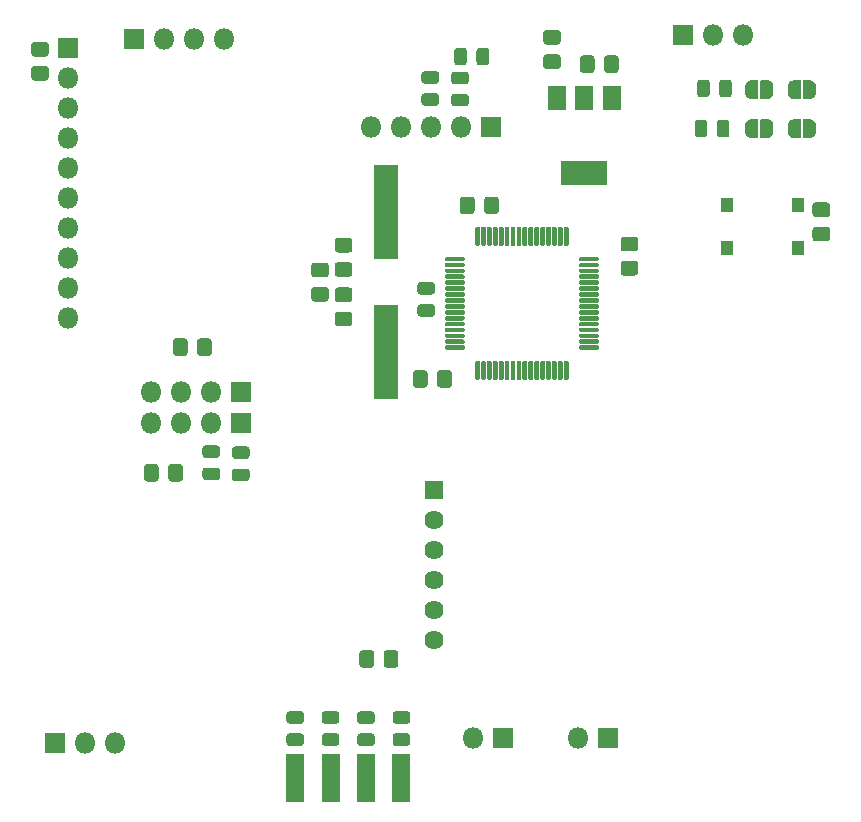
<source format=gbr>
%TF.GenerationSoftware,KiCad,Pcbnew,5.1.6-c6e7f7d~86~ubuntu16.04.1*%
%TF.CreationDate,2021-01-12T06:27:11+00:00*%
%TF.ProjectId,fx502p-minimal-sd,66783530-3270-42d6-9d69-6e696d616c2d,rev?*%
%TF.SameCoordinates,Original*%
%TF.FileFunction,Soldermask,Top*%
%TF.FilePolarity,Negative*%
%FSLAX46Y46*%
G04 Gerber Fmt 4.6, Leading zero omitted, Abs format (unit mm)*
G04 Created by KiCad (PCBNEW 5.1.6-c6e7f7d~86~ubuntu16.04.1) date 2021-01-12 06:27:11*
%MOMM*%
%LPD*%
G01*
G04 APERTURE LIST*
%ADD10O,1.800000X1.800000*%
%ADD11R,1.800000X1.800000*%
%ADD12C,0.100000*%
%ADD13R,2.100000X7.975000*%
%ADD14R,1.600000X2.100000*%
%ADD15R,3.900000X2.100000*%
%ADD16R,1.100000X1.300000*%
%ADD17R,1.624000X4.100000*%
%ADD18C,1.624000*%
%ADD19R,1.624000X1.624000*%
G04 APERTURE END LIST*
D10*
%TO.C,J7*%
X3810000Y-60960000D03*
X3810000Y-58420000D03*
X3810000Y-55880000D03*
X3810000Y-53340000D03*
X3810000Y-50800000D03*
X3810000Y-48260000D03*
X3810000Y-45720000D03*
X3810000Y-43180000D03*
X3810000Y-40640000D03*
D11*
X3810000Y-38100000D03*
%TD*%
%TO.C,R11*%
G36*
G01*
X58700000Y-45381250D02*
X58700000Y-44418750D01*
G75*
G02*
X58968750Y-44150000I268750J0D01*
G01*
X59506250Y-44150000D01*
G75*
G02*
X59775000Y-44418750I0J-268750D01*
G01*
X59775000Y-45381250D01*
G75*
G02*
X59506250Y-45650000I-268750J0D01*
G01*
X58968750Y-45650000D01*
G75*
G02*
X58700000Y-45381250I0J268750D01*
G01*
G37*
G36*
G01*
X56825000Y-45381250D02*
X56825000Y-44418750D01*
G75*
G02*
X57093750Y-44150000I268750J0D01*
G01*
X57631250Y-44150000D01*
G75*
G02*
X57900000Y-44418750I0J-268750D01*
G01*
X57900000Y-45381250D01*
G75*
G02*
X57631250Y-45650000I-268750J0D01*
G01*
X57093750Y-45650000D01*
G75*
G02*
X56825000Y-45381250I0J268750D01*
G01*
G37*
%TD*%
%TO.C,R10*%
G36*
G01*
X58900000Y-41981250D02*
X58900000Y-41018750D01*
G75*
G02*
X59168750Y-40750000I268750J0D01*
G01*
X59706250Y-40750000D01*
G75*
G02*
X59975000Y-41018750I0J-268750D01*
G01*
X59975000Y-41981250D01*
G75*
G02*
X59706250Y-42250000I-268750J0D01*
G01*
X59168750Y-42250000D01*
G75*
G02*
X58900000Y-41981250I0J268750D01*
G01*
G37*
G36*
G01*
X57025000Y-41981250D02*
X57025000Y-41018750D01*
G75*
G02*
X57293750Y-40750000I268750J0D01*
G01*
X57831250Y-40750000D01*
G75*
G02*
X58100000Y-41018750I0J-268750D01*
G01*
X58100000Y-41981250D01*
G75*
G02*
X57831250Y-42250000I-268750J0D01*
G01*
X57293750Y-42250000D01*
G75*
G02*
X57025000Y-41981250I0J268750D01*
G01*
G37*
%TD*%
D12*
%TO.C,JP4*%
G36*
X61643889Y-42399398D02*
G01*
X61625466Y-42399398D01*
X61620565Y-42399157D01*
X61571734Y-42394347D01*
X61566881Y-42393627D01*
X61518756Y-42384055D01*
X61513995Y-42382863D01*
X61467040Y-42368619D01*
X61462421Y-42366966D01*
X61417088Y-42348189D01*
X61412651Y-42346091D01*
X61369378Y-42322960D01*
X61365171Y-42320438D01*
X61324372Y-42293178D01*
X61320430Y-42290254D01*
X61282501Y-42259126D01*
X61278866Y-42255831D01*
X61244169Y-42221134D01*
X61240874Y-42217499D01*
X61209746Y-42179570D01*
X61206822Y-42175628D01*
X61179562Y-42134829D01*
X61177040Y-42130622D01*
X61153909Y-42087349D01*
X61151811Y-42082912D01*
X61133034Y-42037579D01*
X61131381Y-42032960D01*
X61117137Y-41986005D01*
X61115945Y-41981244D01*
X61106373Y-41933119D01*
X61105653Y-41928266D01*
X61100843Y-41879435D01*
X61100602Y-41874534D01*
X61100602Y-41856111D01*
X61100000Y-41850000D01*
X61100000Y-41350000D01*
X61100602Y-41343889D01*
X61100602Y-41325466D01*
X61100843Y-41320565D01*
X61105653Y-41271734D01*
X61106373Y-41266881D01*
X61115945Y-41218756D01*
X61117137Y-41213995D01*
X61131381Y-41167040D01*
X61133034Y-41162421D01*
X61151811Y-41117088D01*
X61153909Y-41112651D01*
X61177040Y-41069378D01*
X61179562Y-41065171D01*
X61206822Y-41024372D01*
X61209746Y-41020430D01*
X61240874Y-40982501D01*
X61244169Y-40978866D01*
X61278866Y-40944169D01*
X61282501Y-40940874D01*
X61320430Y-40909746D01*
X61324372Y-40906822D01*
X61365171Y-40879562D01*
X61369378Y-40877040D01*
X61412651Y-40853909D01*
X61417088Y-40851811D01*
X61462421Y-40833034D01*
X61467040Y-40831381D01*
X61513995Y-40817137D01*
X61518756Y-40815945D01*
X61566881Y-40806373D01*
X61571734Y-40805653D01*
X61620565Y-40800843D01*
X61625466Y-40800602D01*
X61643889Y-40800602D01*
X61650000Y-40800000D01*
X62150000Y-40800000D01*
X62159755Y-40800961D01*
X62169134Y-40803806D01*
X62177779Y-40808427D01*
X62185355Y-40814645D01*
X62191573Y-40822221D01*
X62196194Y-40830866D01*
X62199039Y-40840245D01*
X62200000Y-40850000D01*
X62200000Y-42350000D01*
X62199039Y-42359755D01*
X62196194Y-42369134D01*
X62191573Y-42377779D01*
X62185355Y-42385355D01*
X62177779Y-42391573D01*
X62169134Y-42396194D01*
X62159755Y-42399039D01*
X62150000Y-42400000D01*
X61650000Y-42400000D01*
X61643889Y-42399398D01*
G37*
G36*
X62440245Y-42399039D02*
G01*
X62430866Y-42396194D01*
X62422221Y-42391573D01*
X62414645Y-42385355D01*
X62408427Y-42377779D01*
X62403806Y-42369134D01*
X62400961Y-42359755D01*
X62400000Y-42350000D01*
X62400000Y-40850000D01*
X62400961Y-40840245D01*
X62403806Y-40830866D01*
X62408427Y-40822221D01*
X62414645Y-40814645D01*
X62422221Y-40808427D01*
X62430866Y-40803806D01*
X62440245Y-40800961D01*
X62450000Y-40800000D01*
X62950000Y-40800000D01*
X62956111Y-40800602D01*
X62974534Y-40800602D01*
X62979435Y-40800843D01*
X63028266Y-40805653D01*
X63033119Y-40806373D01*
X63081244Y-40815945D01*
X63086005Y-40817137D01*
X63132960Y-40831381D01*
X63137579Y-40833034D01*
X63182912Y-40851811D01*
X63187349Y-40853909D01*
X63230622Y-40877040D01*
X63234829Y-40879562D01*
X63275628Y-40906822D01*
X63279570Y-40909746D01*
X63317499Y-40940874D01*
X63321134Y-40944169D01*
X63355831Y-40978866D01*
X63359126Y-40982501D01*
X63390254Y-41020430D01*
X63393178Y-41024372D01*
X63420438Y-41065171D01*
X63422960Y-41069378D01*
X63446091Y-41112651D01*
X63448189Y-41117088D01*
X63466966Y-41162421D01*
X63468619Y-41167040D01*
X63482863Y-41213995D01*
X63484055Y-41218756D01*
X63493627Y-41266881D01*
X63494347Y-41271734D01*
X63499157Y-41320565D01*
X63499398Y-41325466D01*
X63499398Y-41343889D01*
X63500000Y-41350000D01*
X63500000Y-41850000D01*
X63499398Y-41856111D01*
X63499398Y-41874534D01*
X63499157Y-41879435D01*
X63494347Y-41928266D01*
X63493627Y-41933119D01*
X63484055Y-41981244D01*
X63482863Y-41986005D01*
X63468619Y-42032960D01*
X63466966Y-42037579D01*
X63448189Y-42082912D01*
X63446091Y-42087349D01*
X63422960Y-42130622D01*
X63420438Y-42134829D01*
X63393178Y-42175628D01*
X63390254Y-42179570D01*
X63359126Y-42217499D01*
X63355831Y-42221134D01*
X63321134Y-42255831D01*
X63317499Y-42259126D01*
X63279570Y-42290254D01*
X63275628Y-42293178D01*
X63234829Y-42320438D01*
X63230622Y-42322960D01*
X63187349Y-42346091D01*
X63182912Y-42348189D01*
X63137579Y-42366966D01*
X63132960Y-42368619D01*
X63086005Y-42382863D01*
X63081244Y-42384055D01*
X63033119Y-42393627D01*
X63028266Y-42394347D01*
X62979435Y-42399157D01*
X62974534Y-42399398D01*
X62956111Y-42399398D01*
X62950000Y-42400000D01*
X62450000Y-42400000D01*
X62440245Y-42399039D01*
G37*
%TD*%
%TO.C,JP3*%
G36*
X61643889Y-45699398D02*
G01*
X61625466Y-45699398D01*
X61620565Y-45699157D01*
X61571734Y-45694347D01*
X61566881Y-45693627D01*
X61518756Y-45684055D01*
X61513995Y-45682863D01*
X61467040Y-45668619D01*
X61462421Y-45666966D01*
X61417088Y-45648189D01*
X61412651Y-45646091D01*
X61369378Y-45622960D01*
X61365171Y-45620438D01*
X61324372Y-45593178D01*
X61320430Y-45590254D01*
X61282501Y-45559126D01*
X61278866Y-45555831D01*
X61244169Y-45521134D01*
X61240874Y-45517499D01*
X61209746Y-45479570D01*
X61206822Y-45475628D01*
X61179562Y-45434829D01*
X61177040Y-45430622D01*
X61153909Y-45387349D01*
X61151811Y-45382912D01*
X61133034Y-45337579D01*
X61131381Y-45332960D01*
X61117137Y-45286005D01*
X61115945Y-45281244D01*
X61106373Y-45233119D01*
X61105653Y-45228266D01*
X61100843Y-45179435D01*
X61100602Y-45174534D01*
X61100602Y-45156111D01*
X61100000Y-45150000D01*
X61100000Y-44650000D01*
X61100602Y-44643889D01*
X61100602Y-44625466D01*
X61100843Y-44620565D01*
X61105653Y-44571734D01*
X61106373Y-44566881D01*
X61115945Y-44518756D01*
X61117137Y-44513995D01*
X61131381Y-44467040D01*
X61133034Y-44462421D01*
X61151811Y-44417088D01*
X61153909Y-44412651D01*
X61177040Y-44369378D01*
X61179562Y-44365171D01*
X61206822Y-44324372D01*
X61209746Y-44320430D01*
X61240874Y-44282501D01*
X61244169Y-44278866D01*
X61278866Y-44244169D01*
X61282501Y-44240874D01*
X61320430Y-44209746D01*
X61324372Y-44206822D01*
X61365171Y-44179562D01*
X61369378Y-44177040D01*
X61412651Y-44153909D01*
X61417088Y-44151811D01*
X61462421Y-44133034D01*
X61467040Y-44131381D01*
X61513995Y-44117137D01*
X61518756Y-44115945D01*
X61566881Y-44106373D01*
X61571734Y-44105653D01*
X61620565Y-44100843D01*
X61625466Y-44100602D01*
X61643889Y-44100602D01*
X61650000Y-44100000D01*
X62150000Y-44100000D01*
X62159755Y-44100961D01*
X62169134Y-44103806D01*
X62177779Y-44108427D01*
X62185355Y-44114645D01*
X62191573Y-44122221D01*
X62196194Y-44130866D01*
X62199039Y-44140245D01*
X62200000Y-44150000D01*
X62200000Y-45650000D01*
X62199039Y-45659755D01*
X62196194Y-45669134D01*
X62191573Y-45677779D01*
X62185355Y-45685355D01*
X62177779Y-45691573D01*
X62169134Y-45696194D01*
X62159755Y-45699039D01*
X62150000Y-45700000D01*
X61650000Y-45700000D01*
X61643889Y-45699398D01*
G37*
G36*
X62440245Y-45699039D02*
G01*
X62430866Y-45696194D01*
X62422221Y-45691573D01*
X62414645Y-45685355D01*
X62408427Y-45677779D01*
X62403806Y-45669134D01*
X62400961Y-45659755D01*
X62400000Y-45650000D01*
X62400000Y-44150000D01*
X62400961Y-44140245D01*
X62403806Y-44130866D01*
X62408427Y-44122221D01*
X62414645Y-44114645D01*
X62422221Y-44108427D01*
X62430866Y-44103806D01*
X62440245Y-44100961D01*
X62450000Y-44100000D01*
X62950000Y-44100000D01*
X62956111Y-44100602D01*
X62974534Y-44100602D01*
X62979435Y-44100843D01*
X63028266Y-44105653D01*
X63033119Y-44106373D01*
X63081244Y-44115945D01*
X63086005Y-44117137D01*
X63132960Y-44131381D01*
X63137579Y-44133034D01*
X63182912Y-44151811D01*
X63187349Y-44153909D01*
X63230622Y-44177040D01*
X63234829Y-44179562D01*
X63275628Y-44206822D01*
X63279570Y-44209746D01*
X63317499Y-44240874D01*
X63321134Y-44244169D01*
X63355831Y-44278866D01*
X63359126Y-44282501D01*
X63390254Y-44320430D01*
X63393178Y-44324372D01*
X63420438Y-44365171D01*
X63422960Y-44369378D01*
X63446091Y-44412651D01*
X63448189Y-44417088D01*
X63466966Y-44462421D01*
X63468619Y-44467040D01*
X63482863Y-44513995D01*
X63484055Y-44518756D01*
X63493627Y-44566881D01*
X63494347Y-44571734D01*
X63499157Y-44620565D01*
X63499398Y-44625466D01*
X63499398Y-44643889D01*
X63500000Y-44650000D01*
X63500000Y-45150000D01*
X63499398Y-45156111D01*
X63499398Y-45174534D01*
X63499157Y-45179435D01*
X63494347Y-45228266D01*
X63493627Y-45233119D01*
X63484055Y-45281244D01*
X63482863Y-45286005D01*
X63468619Y-45332960D01*
X63466966Y-45337579D01*
X63448189Y-45382912D01*
X63446091Y-45387349D01*
X63422960Y-45430622D01*
X63420438Y-45434829D01*
X63393178Y-45475628D01*
X63390254Y-45479570D01*
X63359126Y-45517499D01*
X63355831Y-45521134D01*
X63321134Y-45555831D01*
X63317499Y-45559126D01*
X63279570Y-45590254D01*
X63275628Y-45593178D01*
X63234829Y-45620438D01*
X63230622Y-45622960D01*
X63187349Y-45646091D01*
X63182912Y-45648189D01*
X63137579Y-45666966D01*
X63132960Y-45668619D01*
X63086005Y-45682863D01*
X63081244Y-45684055D01*
X63033119Y-45693627D01*
X63028266Y-45694347D01*
X62979435Y-45699157D01*
X62974534Y-45699398D01*
X62956111Y-45699398D01*
X62950000Y-45700000D01*
X62450000Y-45700000D01*
X62440245Y-45699039D01*
G37*
%TD*%
%TO.C,JP2*%
G36*
X65243889Y-42399398D02*
G01*
X65225466Y-42399398D01*
X65220565Y-42399157D01*
X65171734Y-42394347D01*
X65166881Y-42393627D01*
X65118756Y-42384055D01*
X65113995Y-42382863D01*
X65067040Y-42368619D01*
X65062421Y-42366966D01*
X65017088Y-42348189D01*
X65012651Y-42346091D01*
X64969378Y-42322960D01*
X64965171Y-42320438D01*
X64924372Y-42293178D01*
X64920430Y-42290254D01*
X64882501Y-42259126D01*
X64878866Y-42255831D01*
X64844169Y-42221134D01*
X64840874Y-42217499D01*
X64809746Y-42179570D01*
X64806822Y-42175628D01*
X64779562Y-42134829D01*
X64777040Y-42130622D01*
X64753909Y-42087349D01*
X64751811Y-42082912D01*
X64733034Y-42037579D01*
X64731381Y-42032960D01*
X64717137Y-41986005D01*
X64715945Y-41981244D01*
X64706373Y-41933119D01*
X64705653Y-41928266D01*
X64700843Y-41879435D01*
X64700602Y-41874534D01*
X64700602Y-41856111D01*
X64700000Y-41850000D01*
X64700000Y-41350000D01*
X64700602Y-41343889D01*
X64700602Y-41325466D01*
X64700843Y-41320565D01*
X64705653Y-41271734D01*
X64706373Y-41266881D01*
X64715945Y-41218756D01*
X64717137Y-41213995D01*
X64731381Y-41167040D01*
X64733034Y-41162421D01*
X64751811Y-41117088D01*
X64753909Y-41112651D01*
X64777040Y-41069378D01*
X64779562Y-41065171D01*
X64806822Y-41024372D01*
X64809746Y-41020430D01*
X64840874Y-40982501D01*
X64844169Y-40978866D01*
X64878866Y-40944169D01*
X64882501Y-40940874D01*
X64920430Y-40909746D01*
X64924372Y-40906822D01*
X64965171Y-40879562D01*
X64969378Y-40877040D01*
X65012651Y-40853909D01*
X65017088Y-40851811D01*
X65062421Y-40833034D01*
X65067040Y-40831381D01*
X65113995Y-40817137D01*
X65118756Y-40815945D01*
X65166881Y-40806373D01*
X65171734Y-40805653D01*
X65220565Y-40800843D01*
X65225466Y-40800602D01*
X65243889Y-40800602D01*
X65250000Y-40800000D01*
X65750000Y-40800000D01*
X65759755Y-40800961D01*
X65769134Y-40803806D01*
X65777779Y-40808427D01*
X65785355Y-40814645D01*
X65791573Y-40822221D01*
X65796194Y-40830866D01*
X65799039Y-40840245D01*
X65800000Y-40850000D01*
X65800000Y-42350000D01*
X65799039Y-42359755D01*
X65796194Y-42369134D01*
X65791573Y-42377779D01*
X65785355Y-42385355D01*
X65777779Y-42391573D01*
X65769134Y-42396194D01*
X65759755Y-42399039D01*
X65750000Y-42400000D01*
X65250000Y-42400000D01*
X65243889Y-42399398D01*
G37*
G36*
X66040245Y-42399039D02*
G01*
X66030866Y-42396194D01*
X66022221Y-42391573D01*
X66014645Y-42385355D01*
X66008427Y-42377779D01*
X66003806Y-42369134D01*
X66000961Y-42359755D01*
X66000000Y-42350000D01*
X66000000Y-40850000D01*
X66000961Y-40840245D01*
X66003806Y-40830866D01*
X66008427Y-40822221D01*
X66014645Y-40814645D01*
X66022221Y-40808427D01*
X66030866Y-40803806D01*
X66040245Y-40800961D01*
X66050000Y-40800000D01*
X66550000Y-40800000D01*
X66556111Y-40800602D01*
X66574534Y-40800602D01*
X66579435Y-40800843D01*
X66628266Y-40805653D01*
X66633119Y-40806373D01*
X66681244Y-40815945D01*
X66686005Y-40817137D01*
X66732960Y-40831381D01*
X66737579Y-40833034D01*
X66782912Y-40851811D01*
X66787349Y-40853909D01*
X66830622Y-40877040D01*
X66834829Y-40879562D01*
X66875628Y-40906822D01*
X66879570Y-40909746D01*
X66917499Y-40940874D01*
X66921134Y-40944169D01*
X66955831Y-40978866D01*
X66959126Y-40982501D01*
X66990254Y-41020430D01*
X66993178Y-41024372D01*
X67020438Y-41065171D01*
X67022960Y-41069378D01*
X67046091Y-41112651D01*
X67048189Y-41117088D01*
X67066966Y-41162421D01*
X67068619Y-41167040D01*
X67082863Y-41213995D01*
X67084055Y-41218756D01*
X67093627Y-41266881D01*
X67094347Y-41271734D01*
X67099157Y-41320565D01*
X67099398Y-41325466D01*
X67099398Y-41343889D01*
X67100000Y-41350000D01*
X67100000Y-41850000D01*
X67099398Y-41856111D01*
X67099398Y-41874534D01*
X67099157Y-41879435D01*
X67094347Y-41928266D01*
X67093627Y-41933119D01*
X67084055Y-41981244D01*
X67082863Y-41986005D01*
X67068619Y-42032960D01*
X67066966Y-42037579D01*
X67048189Y-42082912D01*
X67046091Y-42087349D01*
X67022960Y-42130622D01*
X67020438Y-42134829D01*
X66993178Y-42175628D01*
X66990254Y-42179570D01*
X66959126Y-42217499D01*
X66955831Y-42221134D01*
X66921134Y-42255831D01*
X66917499Y-42259126D01*
X66879570Y-42290254D01*
X66875628Y-42293178D01*
X66834829Y-42320438D01*
X66830622Y-42322960D01*
X66787349Y-42346091D01*
X66782912Y-42348189D01*
X66737579Y-42366966D01*
X66732960Y-42368619D01*
X66686005Y-42382863D01*
X66681244Y-42384055D01*
X66633119Y-42393627D01*
X66628266Y-42394347D01*
X66579435Y-42399157D01*
X66574534Y-42399398D01*
X66556111Y-42399398D01*
X66550000Y-42400000D01*
X66050000Y-42400000D01*
X66040245Y-42399039D01*
G37*
%TD*%
%TO.C,JP1*%
G36*
X65243889Y-45699398D02*
G01*
X65225466Y-45699398D01*
X65220565Y-45699157D01*
X65171734Y-45694347D01*
X65166881Y-45693627D01*
X65118756Y-45684055D01*
X65113995Y-45682863D01*
X65067040Y-45668619D01*
X65062421Y-45666966D01*
X65017088Y-45648189D01*
X65012651Y-45646091D01*
X64969378Y-45622960D01*
X64965171Y-45620438D01*
X64924372Y-45593178D01*
X64920430Y-45590254D01*
X64882501Y-45559126D01*
X64878866Y-45555831D01*
X64844169Y-45521134D01*
X64840874Y-45517499D01*
X64809746Y-45479570D01*
X64806822Y-45475628D01*
X64779562Y-45434829D01*
X64777040Y-45430622D01*
X64753909Y-45387349D01*
X64751811Y-45382912D01*
X64733034Y-45337579D01*
X64731381Y-45332960D01*
X64717137Y-45286005D01*
X64715945Y-45281244D01*
X64706373Y-45233119D01*
X64705653Y-45228266D01*
X64700843Y-45179435D01*
X64700602Y-45174534D01*
X64700602Y-45156111D01*
X64700000Y-45150000D01*
X64700000Y-44650000D01*
X64700602Y-44643889D01*
X64700602Y-44625466D01*
X64700843Y-44620565D01*
X64705653Y-44571734D01*
X64706373Y-44566881D01*
X64715945Y-44518756D01*
X64717137Y-44513995D01*
X64731381Y-44467040D01*
X64733034Y-44462421D01*
X64751811Y-44417088D01*
X64753909Y-44412651D01*
X64777040Y-44369378D01*
X64779562Y-44365171D01*
X64806822Y-44324372D01*
X64809746Y-44320430D01*
X64840874Y-44282501D01*
X64844169Y-44278866D01*
X64878866Y-44244169D01*
X64882501Y-44240874D01*
X64920430Y-44209746D01*
X64924372Y-44206822D01*
X64965171Y-44179562D01*
X64969378Y-44177040D01*
X65012651Y-44153909D01*
X65017088Y-44151811D01*
X65062421Y-44133034D01*
X65067040Y-44131381D01*
X65113995Y-44117137D01*
X65118756Y-44115945D01*
X65166881Y-44106373D01*
X65171734Y-44105653D01*
X65220565Y-44100843D01*
X65225466Y-44100602D01*
X65243889Y-44100602D01*
X65250000Y-44100000D01*
X65750000Y-44100000D01*
X65759755Y-44100961D01*
X65769134Y-44103806D01*
X65777779Y-44108427D01*
X65785355Y-44114645D01*
X65791573Y-44122221D01*
X65796194Y-44130866D01*
X65799039Y-44140245D01*
X65800000Y-44150000D01*
X65800000Y-45650000D01*
X65799039Y-45659755D01*
X65796194Y-45669134D01*
X65791573Y-45677779D01*
X65785355Y-45685355D01*
X65777779Y-45691573D01*
X65769134Y-45696194D01*
X65759755Y-45699039D01*
X65750000Y-45700000D01*
X65250000Y-45700000D01*
X65243889Y-45699398D01*
G37*
G36*
X66040245Y-45699039D02*
G01*
X66030866Y-45696194D01*
X66022221Y-45691573D01*
X66014645Y-45685355D01*
X66008427Y-45677779D01*
X66003806Y-45669134D01*
X66000961Y-45659755D01*
X66000000Y-45650000D01*
X66000000Y-44150000D01*
X66000961Y-44140245D01*
X66003806Y-44130866D01*
X66008427Y-44122221D01*
X66014645Y-44114645D01*
X66022221Y-44108427D01*
X66030866Y-44103806D01*
X66040245Y-44100961D01*
X66050000Y-44100000D01*
X66550000Y-44100000D01*
X66556111Y-44100602D01*
X66574534Y-44100602D01*
X66579435Y-44100843D01*
X66628266Y-44105653D01*
X66633119Y-44106373D01*
X66681244Y-44115945D01*
X66686005Y-44117137D01*
X66732960Y-44131381D01*
X66737579Y-44133034D01*
X66782912Y-44151811D01*
X66787349Y-44153909D01*
X66830622Y-44177040D01*
X66834829Y-44179562D01*
X66875628Y-44206822D01*
X66879570Y-44209746D01*
X66917499Y-44240874D01*
X66921134Y-44244169D01*
X66955831Y-44278866D01*
X66959126Y-44282501D01*
X66990254Y-44320430D01*
X66993178Y-44324372D01*
X67020438Y-44365171D01*
X67022960Y-44369378D01*
X67046091Y-44412651D01*
X67048189Y-44417088D01*
X67066966Y-44462421D01*
X67068619Y-44467040D01*
X67082863Y-44513995D01*
X67084055Y-44518756D01*
X67093627Y-44566881D01*
X67094347Y-44571734D01*
X67099157Y-44620565D01*
X67099398Y-44625466D01*
X67099398Y-44643889D01*
X67100000Y-44650000D01*
X67100000Y-45150000D01*
X67099398Y-45156111D01*
X67099398Y-45174534D01*
X67099157Y-45179435D01*
X67094347Y-45228266D01*
X67093627Y-45233119D01*
X67084055Y-45281244D01*
X67082863Y-45286005D01*
X67068619Y-45332960D01*
X67066966Y-45337579D01*
X67048189Y-45382912D01*
X67046091Y-45387349D01*
X67022960Y-45430622D01*
X67020438Y-45434829D01*
X66993178Y-45475628D01*
X66990254Y-45479570D01*
X66959126Y-45517499D01*
X66955831Y-45521134D01*
X66921134Y-45555831D01*
X66917499Y-45559126D01*
X66879570Y-45590254D01*
X66875628Y-45593178D01*
X66834829Y-45620438D01*
X66830622Y-45622960D01*
X66787349Y-45646091D01*
X66782912Y-45648189D01*
X66737579Y-45666966D01*
X66732960Y-45668619D01*
X66686005Y-45682863D01*
X66681244Y-45684055D01*
X66633119Y-45693627D01*
X66628266Y-45694347D01*
X66579435Y-45699157D01*
X66574534Y-45699398D01*
X66556111Y-45699398D01*
X66550000Y-45700000D01*
X66050000Y-45700000D01*
X66040245Y-45699039D01*
G37*
%TD*%
D10*
%TO.C,J6*%
X7780000Y-96900000D03*
X5240000Y-96900000D03*
D11*
X2700000Y-96900000D03*
%TD*%
D13*
%TO.C,X2*%
X30700000Y-63837500D03*
X30700000Y-51962500D03*
%TD*%
D14*
%TO.C,U3*%
X49800000Y-42350000D03*
X45200000Y-42350000D03*
X47500000Y-42350000D03*
D15*
X47500000Y-48650000D03*
%TD*%
%TO.C,U1*%
G36*
G01*
X38250000Y-54750000D02*
X38250000Y-53300000D01*
G75*
G02*
X38350000Y-53200000I100000J0D01*
G01*
X38550000Y-53200000D01*
G75*
G02*
X38650000Y-53300000I0J-100000D01*
G01*
X38650000Y-54750000D01*
G75*
G02*
X38550000Y-54850000I-100000J0D01*
G01*
X38350000Y-54850000D01*
G75*
G02*
X38250000Y-54750000I0J100000D01*
G01*
G37*
G36*
G01*
X38750000Y-54750000D02*
X38750000Y-53300000D01*
G75*
G02*
X38850000Y-53200000I100000J0D01*
G01*
X39050000Y-53200000D01*
G75*
G02*
X39150000Y-53300000I0J-100000D01*
G01*
X39150000Y-54750000D01*
G75*
G02*
X39050000Y-54850000I-100000J0D01*
G01*
X38850000Y-54850000D01*
G75*
G02*
X38750000Y-54750000I0J100000D01*
G01*
G37*
G36*
G01*
X39250000Y-54750000D02*
X39250000Y-53300000D01*
G75*
G02*
X39350000Y-53200000I100000J0D01*
G01*
X39550000Y-53200000D01*
G75*
G02*
X39650000Y-53300000I0J-100000D01*
G01*
X39650000Y-54750000D01*
G75*
G02*
X39550000Y-54850000I-100000J0D01*
G01*
X39350000Y-54850000D01*
G75*
G02*
X39250000Y-54750000I0J100000D01*
G01*
G37*
G36*
G01*
X39750000Y-54750000D02*
X39750000Y-53300000D01*
G75*
G02*
X39850000Y-53200000I100000J0D01*
G01*
X40050000Y-53200000D01*
G75*
G02*
X40150000Y-53300000I0J-100000D01*
G01*
X40150000Y-54750000D01*
G75*
G02*
X40050000Y-54850000I-100000J0D01*
G01*
X39850000Y-54850000D01*
G75*
G02*
X39750000Y-54750000I0J100000D01*
G01*
G37*
G36*
G01*
X40250000Y-54750000D02*
X40250000Y-53300000D01*
G75*
G02*
X40350000Y-53200000I100000J0D01*
G01*
X40550000Y-53200000D01*
G75*
G02*
X40650000Y-53300000I0J-100000D01*
G01*
X40650000Y-54750000D01*
G75*
G02*
X40550000Y-54850000I-100000J0D01*
G01*
X40350000Y-54850000D01*
G75*
G02*
X40250000Y-54750000I0J100000D01*
G01*
G37*
G36*
G01*
X40750000Y-54750000D02*
X40750000Y-53300000D01*
G75*
G02*
X40850000Y-53200000I100000J0D01*
G01*
X41050000Y-53200000D01*
G75*
G02*
X41150000Y-53300000I0J-100000D01*
G01*
X41150000Y-54750000D01*
G75*
G02*
X41050000Y-54850000I-100000J0D01*
G01*
X40850000Y-54850000D01*
G75*
G02*
X40750000Y-54750000I0J100000D01*
G01*
G37*
G36*
G01*
X41250000Y-54750000D02*
X41250000Y-53300000D01*
G75*
G02*
X41350000Y-53200000I100000J0D01*
G01*
X41550000Y-53200000D01*
G75*
G02*
X41650000Y-53300000I0J-100000D01*
G01*
X41650000Y-54750000D01*
G75*
G02*
X41550000Y-54850000I-100000J0D01*
G01*
X41350000Y-54850000D01*
G75*
G02*
X41250000Y-54750000I0J100000D01*
G01*
G37*
G36*
G01*
X41750000Y-54750000D02*
X41750000Y-53300000D01*
G75*
G02*
X41850000Y-53200000I100000J0D01*
G01*
X42050000Y-53200000D01*
G75*
G02*
X42150000Y-53300000I0J-100000D01*
G01*
X42150000Y-54750000D01*
G75*
G02*
X42050000Y-54850000I-100000J0D01*
G01*
X41850000Y-54850000D01*
G75*
G02*
X41750000Y-54750000I0J100000D01*
G01*
G37*
G36*
G01*
X42250000Y-54750000D02*
X42250000Y-53300000D01*
G75*
G02*
X42350000Y-53200000I100000J0D01*
G01*
X42550000Y-53200000D01*
G75*
G02*
X42650000Y-53300000I0J-100000D01*
G01*
X42650000Y-54750000D01*
G75*
G02*
X42550000Y-54850000I-100000J0D01*
G01*
X42350000Y-54850000D01*
G75*
G02*
X42250000Y-54750000I0J100000D01*
G01*
G37*
G36*
G01*
X42750000Y-54750000D02*
X42750000Y-53300000D01*
G75*
G02*
X42850000Y-53200000I100000J0D01*
G01*
X43050000Y-53200000D01*
G75*
G02*
X43150000Y-53300000I0J-100000D01*
G01*
X43150000Y-54750000D01*
G75*
G02*
X43050000Y-54850000I-100000J0D01*
G01*
X42850000Y-54850000D01*
G75*
G02*
X42750000Y-54750000I0J100000D01*
G01*
G37*
G36*
G01*
X43250000Y-54750000D02*
X43250000Y-53300000D01*
G75*
G02*
X43350000Y-53200000I100000J0D01*
G01*
X43550000Y-53200000D01*
G75*
G02*
X43650000Y-53300000I0J-100000D01*
G01*
X43650000Y-54750000D01*
G75*
G02*
X43550000Y-54850000I-100000J0D01*
G01*
X43350000Y-54850000D01*
G75*
G02*
X43250000Y-54750000I0J100000D01*
G01*
G37*
G36*
G01*
X43750000Y-54750000D02*
X43750000Y-53300000D01*
G75*
G02*
X43850000Y-53200000I100000J0D01*
G01*
X44050000Y-53200000D01*
G75*
G02*
X44150000Y-53300000I0J-100000D01*
G01*
X44150000Y-54750000D01*
G75*
G02*
X44050000Y-54850000I-100000J0D01*
G01*
X43850000Y-54850000D01*
G75*
G02*
X43750000Y-54750000I0J100000D01*
G01*
G37*
G36*
G01*
X44250000Y-54750000D02*
X44250000Y-53300000D01*
G75*
G02*
X44350000Y-53200000I100000J0D01*
G01*
X44550000Y-53200000D01*
G75*
G02*
X44650000Y-53300000I0J-100000D01*
G01*
X44650000Y-54750000D01*
G75*
G02*
X44550000Y-54850000I-100000J0D01*
G01*
X44350000Y-54850000D01*
G75*
G02*
X44250000Y-54750000I0J100000D01*
G01*
G37*
G36*
G01*
X44750000Y-54750000D02*
X44750000Y-53300000D01*
G75*
G02*
X44850000Y-53200000I100000J0D01*
G01*
X45050000Y-53200000D01*
G75*
G02*
X45150000Y-53300000I0J-100000D01*
G01*
X45150000Y-54750000D01*
G75*
G02*
X45050000Y-54850000I-100000J0D01*
G01*
X44850000Y-54850000D01*
G75*
G02*
X44750000Y-54750000I0J100000D01*
G01*
G37*
G36*
G01*
X45250000Y-54750000D02*
X45250000Y-53300000D01*
G75*
G02*
X45350000Y-53200000I100000J0D01*
G01*
X45550000Y-53200000D01*
G75*
G02*
X45650000Y-53300000I0J-100000D01*
G01*
X45650000Y-54750000D01*
G75*
G02*
X45550000Y-54850000I-100000J0D01*
G01*
X45350000Y-54850000D01*
G75*
G02*
X45250000Y-54750000I0J100000D01*
G01*
G37*
G36*
G01*
X45750000Y-54750000D02*
X45750000Y-53300000D01*
G75*
G02*
X45850000Y-53200000I100000J0D01*
G01*
X46050000Y-53200000D01*
G75*
G02*
X46150000Y-53300000I0J-100000D01*
G01*
X46150000Y-54750000D01*
G75*
G02*
X46050000Y-54850000I-100000J0D01*
G01*
X45850000Y-54850000D01*
G75*
G02*
X45750000Y-54750000I0J100000D01*
G01*
G37*
G36*
G01*
X47050000Y-56050000D02*
X47050000Y-55850000D01*
G75*
G02*
X47150000Y-55750000I100000J0D01*
G01*
X48600000Y-55750000D01*
G75*
G02*
X48700000Y-55850000I0J-100000D01*
G01*
X48700000Y-56050000D01*
G75*
G02*
X48600000Y-56150000I-100000J0D01*
G01*
X47150000Y-56150000D01*
G75*
G02*
X47050000Y-56050000I0J100000D01*
G01*
G37*
G36*
G01*
X47050000Y-56550000D02*
X47050000Y-56350000D01*
G75*
G02*
X47150000Y-56250000I100000J0D01*
G01*
X48600000Y-56250000D01*
G75*
G02*
X48700000Y-56350000I0J-100000D01*
G01*
X48700000Y-56550000D01*
G75*
G02*
X48600000Y-56650000I-100000J0D01*
G01*
X47150000Y-56650000D01*
G75*
G02*
X47050000Y-56550000I0J100000D01*
G01*
G37*
G36*
G01*
X47050000Y-57050000D02*
X47050000Y-56850000D01*
G75*
G02*
X47150000Y-56750000I100000J0D01*
G01*
X48600000Y-56750000D01*
G75*
G02*
X48700000Y-56850000I0J-100000D01*
G01*
X48700000Y-57050000D01*
G75*
G02*
X48600000Y-57150000I-100000J0D01*
G01*
X47150000Y-57150000D01*
G75*
G02*
X47050000Y-57050000I0J100000D01*
G01*
G37*
G36*
G01*
X47050000Y-57550000D02*
X47050000Y-57350000D01*
G75*
G02*
X47150000Y-57250000I100000J0D01*
G01*
X48600000Y-57250000D01*
G75*
G02*
X48700000Y-57350000I0J-100000D01*
G01*
X48700000Y-57550000D01*
G75*
G02*
X48600000Y-57650000I-100000J0D01*
G01*
X47150000Y-57650000D01*
G75*
G02*
X47050000Y-57550000I0J100000D01*
G01*
G37*
G36*
G01*
X47050000Y-58050000D02*
X47050000Y-57850000D01*
G75*
G02*
X47150000Y-57750000I100000J0D01*
G01*
X48600000Y-57750000D01*
G75*
G02*
X48700000Y-57850000I0J-100000D01*
G01*
X48700000Y-58050000D01*
G75*
G02*
X48600000Y-58150000I-100000J0D01*
G01*
X47150000Y-58150000D01*
G75*
G02*
X47050000Y-58050000I0J100000D01*
G01*
G37*
G36*
G01*
X47050000Y-58550000D02*
X47050000Y-58350000D01*
G75*
G02*
X47150000Y-58250000I100000J0D01*
G01*
X48600000Y-58250000D01*
G75*
G02*
X48700000Y-58350000I0J-100000D01*
G01*
X48700000Y-58550000D01*
G75*
G02*
X48600000Y-58650000I-100000J0D01*
G01*
X47150000Y-58650000D01*
G75*
G02*
X47050000Y-58550000I0J100000D01*
G01*
G37*
G36*
G01*
X47050000Y-59050000D02*
X47050000Y-58850000D01*
G75*
G02*
X47150000Y-58750000I100000J0D01*
G01*
X48600000Y-58750000D01*
G75*
G02*
X48700000Y-58850000I0J-100000D01*
G01*
X48700000Y-59050000D01*
G75*
G02*
X48600000Y-59150000I-100000J0D01*
G01*
X47150000Y-59150000D01*
G75*
G02*
X47050000Y-59050000I0J100000D01*
G01*
G37*
G36*
G01*
X47050000Y-59550000D02*
X47050000Y-59350000D01*
G75*
G02*
X47150000Y-59250000I100000J0D01*
G01*
X48600000Y-59250000D01*
G75*
G02*
X48700000Y-59350000I0J-100000D01*
G01*
X48700000Y-59550000D01*
G75*
G02*
X48600000Y-59650000I-100000J0D01*
G01*
X47150000Y-59650000D01*
G75*
G02*
X47050000Y-59550000I0J100000D01*
G01*
G37*
G36*
G01*
X47050000Y-60050000D02*
X47050000Y-59850000D01*
G75*
G02*
X47150000Y-59750000I100000J0D01*
G01*
X48600000Y-59750000D01*
G75*
G02*
X48700000Y-59850000I0J-100000D01*
G01*
X48700000Y-60050000D01*
G75*
G02*
X48600000Y-60150000I-100000J0D01*
G01*
X47150000Y-60150000D01*
G75*
G02*
X47050000Y-60050000I0J100000D01*
G01*
G37*
G36*
G01*
X47050000Y-60550000D02*
X47050000Y-60350000D01*
G75*
G02*
X47150000Y-60250000I100000J0D01*
G01*
X48600000Y-60250000D01*
G75*
G02*
X48700000Y-60350000I0J-100000D01*
G01*
X48700000Y-60550000D01*
G75*
G02*
X48600000Y-60650000I-100000J0D01*
G01*
X47150000Y-60650000D01*
G75*
G02*
X47050000Y-60550000I0J100000D01*
G01*
G37*
G36*
G01*
X47050000Y-61050000D02*
X47050000Y-60850000D01*
G75*
G02*
X47150000Y-60750000I100000J0D01*
G01*
X48600000Y-60750000D01*
G75*
G02*
X48700000Y-60850000I0J-100000D01*
G01*
X48700000Y-61050000D01*
G75*
G02*
X48600000Y-61150000I-100000J0D01*
G01*
X47150000Y-61150000D01*
G75*
G02*
X47050000Y-61050000I0J100000D01*
G01*
G37*
G36*
G01*
X47050000Y-61550000D02*
X47050000Y-61350000D01*
G75*
G02*
X47150000Y-61250000I100000J0D01*
G01*
X48600000Y-61250000D01*
G75*
G02*
X48700000Y-61350000I0J-100000D01*
G01*
X48700000Y-61550000D01*
G75*
G02*
X48600000Y-61650000I-100000J0D01*
G01*
X47150000Y-61650000D01*
G75*
G02*
X47050000Y-61550000I0J100000D01*
G01*
G37*
G36*
G01*
X47050000Y-62050000D02*
X47050000Y-61850000D01*
G75*
G02*
X47150000Y-61750000I100000J0D01*
G01*
X48600000Y-61750000D01*
G75*
G02*
X48700000Y-61850000I0J-100000D01*
G01*
X48700000Y-62050000D01*
G75*
G02*
X48600000Y-62150000I-100000J0D01*
G01*
X47150000Y-62150000D01*
G75*
G02*
X47050000Y-62050000I0J100000D01*
G01*
G37*
G36*
G01*
X47050000Y-62550000D02*
X47050000Y-62350000D01*
G75*
G02*
X47150000Y-62250000I100000J0D01*
G01*
X48600000Y-62250000D01*
G75*
G02*
X48700000Y-62350000I0J-100000D01*
G01*
X48700000Y-62550000D01*
G75*
G02*
X48600000Y-62650000I-100000J0D01*
G01*
X47150000Y-62650000D01*
G75*
G02*
X47050000Y-62550000I0J100000D01*
G01*
G37*
G36*
G01*
X47050000Y-63050000D02*
X47050000Y-62850000D01*
G75*
G02*
X47150000Y-62750000I100000J0D01*
G01*
X48600000Y-62750000D01*
G75*
G02*
X48700000Y-62850000I0J-100000D01*
G01*
X48700000Y-63050000D01*
G75*
G02*
X48600000Y-63150000I-100000J0D01*
G01*
X47150000Y-63150000D01*
G75*
G02*
X47050000Y-63050000I0J100000D01*
G01*
G37*
G36*
G01*
X47050000Y-63550000D02*
X47050000Y-63350000D01*
G75*
G02*
X47150000Y-63250000I100000J0D01*
G01*
X48600000Y-63250000D01*
G75*
G02*
X48700000Y-63350000I0J-100000D01*
G01*
X48700000Y-63550000D01*
G75*
G02*
X48600000Y-63650000I-100000J0D01*
G01*
X47150000Y-63650000D01*
G75*
G02*
X47050000Y-63550000I0J100000D01*
G01*
G37*
G36*
G01*
X45750000Y-66100000D02*
X45750000Y-64650000D01*
G75*
G02*
X45850000Y-64550000I100000J0D01*
G01*
X46050000Y-64550000D01*
G75*
G02*
X46150000Y-64650000I0J-100000D01*
G01*
X46150000Y-66100000D01*
G75*
G02*
X46050000Y-66200000I-100000J0D01*
G01*
X45850000Y-66200000D01*
G75*
G02*
X45750000Y-66100000I0J100000D01*
G01*
G37*
G36*
G01*
X45250000Y-66100000D02*
X45250000Y-64650000D01*
G75*
G02*
X45350000Y-64550000I100000J0D01*
G01*
X45550000Y-64550000D01*
G75*
G02*
X45650000Y-64650000I0J-100000D01*
G01*
X45650000Y-66100000D01*
G75*
G02*
X45550000Y-66200000I-100000J0D01*
G01*
X45350000Y-66200000D01*
G75*
G02*
X45250000Y-66100000I0J100000D01*
G01*
G37*
G36*
G01*
X44750000Y-66100000D02*
X44750000Y-64650000D01*
G75*
G02*
X44850000Y-64550000I100000J0D01*
G01*
X45050000Y-64550000D01*
G75*
G02*
X45150000Y-64650000I0J-100000D01*
G01*
X45150000Y-66100000D01*
G75*
G02*
X45050000Y-66200000I-100000J0D01*
G01*
X44850000Y-66200000D01*
G75*
G02*
X44750000Y-66100000I0J100000D01*
G01*
G37*
G36*
G01*
X44250000Y-66100000D02*
X44250000Y-64650000D01*
G75*
G02*
X44350000Y-64550000I100000J0D01*
G01*
X44550000Y-64550000D01*
G75*
G02*
X44650000Y-64650000I0J-100000D01*
G01*
X44650000Y-66100000D01*
G75*
G02*
X44550000Y-66200000I-100000J0D01*
G01*
X44350000Y-66200000D01*
G75*
G02*
X44250000Y-66100000I0J100000D01*
G01*
G37*
G36*
G01*
X43750000Y-66100000D02*
X43750000Y-64650000D01*
G75*
G02*
X43850000Y-64550000I100000J0D01*
G01*
X44050000Y-64550000D01*
G75*
G02*
X44150000Y-64650000I0J-100000D01*
G01*
X44150000Y-66100000D01*
G75*
G02*
X44050000Y-66200000I-100000J0D01*
G01*
X43850000Y-66200000D01*
G75*
G02*
X43750000Y-66100000I0J100000D01*
G01*
G37*
G36*
G01*
X43250000Y-66100000D02*
X43250000Y-64650000D01*
G75*
G02*
X43350000Y-64550000I100000J0D01*
G01*
X43550000Y-64550000D01*
G75*
G02*
X43650000Y-64650000I0J-100000D01*
G01*
X43650000Y-66100000D01*
G75*
G02*
X43550000Y-66200000I-100000J0D01*
G01*
X43350000Y-66200000D01*
G75*
G02*
X43250000Y-66100000I0J100000D01*
G01*
G37*
G36*
G01*
X42750000Y-66100000D02*
X42750000Y-64650000D01*
G75*
G02*
X42850000Y-64550000I100000J0D01*
G01*
X43050000Y-64550000D01*
G75*
G02*
X43150000Y-64650000I0J-100000D01*
G01*
X43150000Y-66100000D01*
G75*
G02*
X43050000Y-66200000I-100000J0D01*
G01*
X42850000Y-66200000D01*
G75*
G02*
X42750000Y-66100000I0J100000D01*
G01*
G37*
G36*
G01*
X42250000Y-66100000D02*
X42250000Y-64650000D01*
G75*
G02*
X42350000Y-64550000I100000J0D01*
G01*
X42550000Y-64550000D01*
G75*
G02*
X42650000Y-64650000I0J-100000D01*
G01*
X42650000Y-66100000D01*
G75*
G02*
X42550000Y-66200000I-100000J0D01*
G01*
X42350000Y-66200000D01*
G75*
G02*
X42250000Y-66100000I0J100000D01*
G01*
G37*
G36*
G01*
X41750000Y-66100000D02*
X41750000Y-64650000D01*
G75*
G02*
X41850000Y-64550000I100000J0D01*
G01*
X42050000Y-64550000D01*
G75*
G02*
X42150000Y-64650000I0J-100000D01*
G01*
X42150000Y-66100000D01*
G75*
G02*
X42050000Y-66200000I-100000J0D01*
G01*
X41850000Y-66200000D01*
G75*
G02*
X41750000Y-66100000I0J100000D01*
G01*
G37*
G36*
G01*
X41250000Y-66100000D02*
X41250000Y-64650000D01*
G75*
G02*
X41350000Y-64550000I100000J0D01*
G01*
X41550000Y-64550000D01*
G75*
G02*
X41650000Y-64650000I0J-100000D01*
G01*
X41650000Y-66100000D01*
G75*
G02*
X41550000Y-66200000I-100000J0D01*
G01*
X41350000Y-66200000D01*
G75*
G02*
X41250000Y-66100000I0J100000D01*
G01*
G37*
G36*
G01*
X40750000Y-66100000D02*
X40750000Y-64650000D01*
G75*
G02*
X40850000Y-64550000I100000J0D01*
G01*
X41050000Y-64550000D01*
G75*
G02*
X41150000Y-64650000I0J-100000D01*
G01*
X41150000Y-66100000D01*
G75*
G02*
X41050000Y-66200000I-100000J0D01*
G01*
X40850000Y-66200000D01*
G75*
G02*
X40750000Y-66100000I0J100000D01*
G01*
G37*
G36*
G01*
X40250000Y-66100000D02*
X40250000Y-64650000D01*
G75*
G02*
X40350000Y-64550000I100000J0D01*
G01*
X40550000Y-64550000D01*
G75*
G02*
X40650000Y-64650000I0J-100000D01*
G01*
X40650000Y-66100000D01*
G75*
G02*
X40550000Y-66200000I-100000J0D01*
G01*
X40350000Y-66200000D01*
G75*
G02*
X40250000Y-66100000I0J100000D01*
G01*
G37*
G36*
G01*
X39750000Y-66100000D02*
X39750000Y-64650000D01*
G75*
G02*
X39850000Y-64550000I100000J0D01*
G01*
X40050000Y-64550000D01*
G75*
G02*
X40150000Y-64650000I0J-100000D01*
G01*
X40150000Y-66100000D01*
G75*
G02*
X40050000Y-66200000I-100000J0D01*
G01*
X39850000Y-66200000D01*
G75*
G02*
X39750000Y-66100000I0J100000D01*
G01*
G37*
G36*
G01*
X39250000Y-66100000D02*
X39250000Y-64650000D01*
G75*
G02*
X39350000Y-64550000I100000J0D01*
G01*
X39550000Y-64550000D01*
G75*
G02*
X39650000Y-64650000I0J-100000D01*
G01*
X39650000Y-66100000D01*
G75*
G02*
X39550000Y-66200000I-100000J0D01*
G01*
X39350000Y-66200000D01*
G75*
G02*
X39250000Y-66100000I0J100000D01*
G01*
G37*
G36*
G01*
X38750000Y-66100000D02*
X38750000Y-64650000D01*
G75*
G02*
X38850000Y-64550000I100000J0D01*
G01*
X39050000Y-64550000D01*
G75*
G02*
X39150000Y-64650000I0J-100000D01*
G01*
X39150000Y-66100000D01*
G75*
G02*
X39050000Y-66200000I-100000J0D01*
G01*
X38850000Y-66200000D01*
G75*
G02*
X38750000Y-66100000I0J100000D01*
G01*
G37*
G36*
G01*
X38250000Y-66100000D02*
X38250000Y-64650000D01*
G75*
G02*
X38350000Y-64550000I100000J0D01*
G01*
X38550000Y-64550000D01*
G75*
G02*
X38650000Y-64650000I0J-100000D01*
G01*
X38650000Y-66100000D01*
G75*
G02*
X38550000Y-66200000I-100000J0D01*
G01*
X38350000Y-66200000D01*
G75*
G02*
X38250000Y-66100000I0J100000D01*
G01*
G37*
G36*
G01*
X35700000Y-63550000D02*
X35700000Y-63350000D01*
G75*
G02*
X35800000Y-63250000I100000J0D01*
G01*
X37250000Y-63250000D01*
G75*
G02*
X37350000Y-63350000I0J-100000D01*
G01*
X37350000Y-63550000D01*
G75*
G02*
X37250000Y-63650000I-100000J0D01*
G01*
X35800000Y-63650000D01*
G75*
G02*
X35700000Y-63550000I0J100000D01*
G01*
G37*
G36*
G01*
X35700000Y-63050000D02*
X35700000Y-62850000D01*
G75*
G02*
X35800000Y-62750000I100000J0D01*
G01*
X37250000Y-62750000D01*
G75*
G02*
X37350000Y-62850000I0J-100000D01*
G01*
X37350000Y-63050000D01*
G75*
G02*
X37250000Y-63150000I-100000J0D01*
G01*
X35800000Y-63150000D01*
G75*
G02*
X35700000Y-63050000I0J100000D01*
G01*
G37*
G36*
G01*
X35700000Y-62550000D02*
X35700000Y-62350000D01*
G75*
G02*
X35800000Y-62250000I100000J0D01*
G01*
X37250000Y-62250000D01*
G75*
G02*
X37350000Y-62350000I0J-100000D01*
G01*
X37350000Y-62550000D01*
G75*
G02*
X37250000Y-62650000I-100000J0D01*
G01*
X35800000Y-62650000D01*
G75*
G02*
X35700000Y-62550000I0J100000D01*
G01*
G37*
G36*
G01*
X35700000Y-62050000D02*
X35700000Y-61850000D01*
G75*
G02*
X35800000Y-61750000I100000J0D01*
G01*
X37250000Y-61750000D01*
G75*
G02*
X37350000Y-61850000I0J-100000D01*
G01*
X37350000Y-62050000D01*
G75*
G02*
X37250000Y-62150000I-100000J0D01*
G01*
X35800000Y-62150000D01*
G75*
G02*
X35700000Y-62050000I0J100000D01*
G01*
G37*
G36*
G01*
X35700000Y-61550000D02*
X35700000Y-61350000D01*
G75*
G02*
X35800000Y-61250000I100000J0D01*
G01*
X37250000Y-61250000D01*
G75*
G02*
X37350000Y-61350000I0J-100000D01*
G01*
X37350000Y-61550000D01*
G75*
G02*
X37250000Y-61650000I-100000J0D01*
G01*
X35800000Y-61650000D01*
G75*
G02*
X35700000Y-61550000I0J100000D01*
G01*
G37*
G36*
G01*
X35700000Y-61050000D02*
X35700000Y-60850000D01*
G75*
G02*
X35800000Y-60750000I100000J0D01*
G01*
X37250000Y-60750000D01*
G75*
G02*
X37350000Y-60850000I0J-100000D01*
G01*
X37350000Y-61050000D01*
G75*
G02*
X37250000Y-61150000I-100000J0D01*
G01*
X35800000Y-61150000D01*
G75*
G02*
X35700000Y-61050000I0J100000D01*
G01*
G37*
G36*
G01*
X35700000Y-60550000D02*
X35700000Y-60350000D01*
G75*
G02*
X35800000Y-60250000I100000J0D01*
G01*
X37250000Y-60250000D01*
G75*
G02*
X37350000Y-60350000I0J-100000D01*
G01*
X37350000Y-60550000D01*
G75*
G02*
X37250000Y-60650000I-100000J0D01*
G01*
X35800000Y-60650000D01*
G75*
G02*
X35700000Y-60550000I0J100000D01*
G01*
G37*
G36*
G01*
X35700000Y-60050000D02*
X35700000Y-59850000D01*
G75*
G02*
X35800000Y-59750000I100000J0D01*
G01*
X37250000Y-59750000D01*
G75*
G02*
X37350000Y-59850000I0J-100000D01*
G01*
X37350000Y-60050000D01*
G75*
G02*
X37250000Y-60150000I-100000J0D01*
G01*
X35800000Y-60150000D01*
G75*
G02*
X35700000Y-60050000I0J100000D01*
G01*
G37*
G36*
G01*
X35700000Y-59550000D02*
X35700000Y-59350000D01*
G75*
G02*
X35800000Y-59250000I100000J0D01*
G01*
X37250000Y-59250000D01*
G75*
G02*
X37350000Y-59350000I0J-100000D01*
G01*
X37350000Y-59550000D01*
G75*
G02*
X37250000Y-59650000I-100000J0D01*
G01*
X35800000Y-59650000D01*
G75*
G02*
X35700000Y-59550000I0J100000D01*
G01*
G37*
G36*
G01*
X35700000Y-59050000D02*
X35700000Y-58850000D01*
G75*
G02*
X35800000Y-58750000I100000J0D01*
G01*
X37250000Y-58750000D01*
G75*
G02*
X37350000Y-58850000I0J-100000D01*
G01*
X37350000Y-59050000D01*
G75*
G02*
X37250000Y-59150000I-100000J0D01*
G01*
X35800000Y-59150000D01*
G75*
G02*
X35700000Y-59050000I0J100000D01*
G01*
G37*
G36*
G01*
X35700000Y-58550000D02*
X35700000Y-58350000D01*
G75*
G02*
X35800000Y-58250000I100000J0D01*
G01*
X37250000Y-58250000D01*
G75*
G02*
X37350000Y-58350000I0J-100000D01*
G01*
X37350000Y-58550000D01*
G75*
G02*
X37250000Y-58650000I-100000J0D01*
G01*
X35800000Y-58650000D01*
G75*
G02*
X35700000Y-58550000I0J100000D01*
G01*
G37*
G36*
G01*
X35700000Y-58050000D02*
X35700000Y-57850000D01*
G75*
G02*
X35800000Y-57750000I100000J0D01*
G01*
X37250000Y-57750000D01*
G75*
G02*
X37350000Y-57850000I0J-100000D01*
G01*
X37350000Y-58050000D01*
G75*
G02*
X37250000Y-58150000I-100000J0D01*
G01*
X35800000Y-58150000D01*
G75*
G02*
X35700000Y-58050000I0J100000D01*
G01*
G37*
G36*
G01*
X35700000Y-57550000D02*
X35700000Y-57350000D01*
G75*
G02*
X35800000Y-57250000I100000J0D01*
G01*
X37250000Y-57250000D01*
G75*
G02*
X37350000Y-57350000I0J-100000D01*
G01*
X37350000Y-57550000D01*
G75*
G02*
X37250000Y-57650000I-100000J0D01*
G01*
X35800000Y-57650000D01*
G75*
G02*
X35700000Y-57550000I0J100000D01*
G01*
G37*
G36*
G01*
X35700000Y-57050000D02*
X35700000Y-56850000D01*
G75*
G02*
X35800000Y-56750000I100000J0D01*
G01*
X37250000Y-56750000D01*
G75*
G02*
X37350000Y-56850000I0J-100000D01*
G01*
X37350000Y-57050000D01*
G75*
G02*
X37250000Y-57150000I-100000J0D01*
G01*
X35800000Y-57150000D01*
G75*
G02*
X35700000Y-57050000I0J100000D01*
G01*
G37*
G36*
G01*
X35700000Y-56550000D02*
X35700000Y-56350000D01*
G75*
G02*
X35800000Y-56250000I100000J0D01*
G01*
X37250000Y-56250000D01*
G75*
G02*
X37350000Y-56350000I0J-100000D01*
G01*
X37350000Y-56550000D01*
G75*
G02*
X37250000Y-56650000I-100000J0D01*
G01*
X35800000Y-56650000D01*
G75*
G02*
X35700000Y-56550000I0J100000D01*
G01*
G37*
G36*
G01*
X35700000Y-56050000D02*
X35700000Y-55850000D01*
G75*
G02*
X35800000Y-55750000I100000J0D01*
G01*
X37250000Y-55750000D01*
G75*
G02*
X37350000Y-55850000I0J-100000D01*
G01*
X37350000Y-56050000D01*
G75*
G02*
X37250000Y-56150000I-100000J0D01*
G01*
X35800000Y-56150000D01*
G75*
G02*
X35700000Y-56050000I0J100000D01*
G01*
G37*
%TD*%
D16*
%TO.C,SW2*%
X65600000Y-51350000D03*
X65600000Y-55050000D03*
X59600000Y-55050000D03*
X59600000Y-51350000D03*
%TD*%
%TO.C,R23*%
G36*
G01*
X25578262Y-57500000D02*
X24621738Y-57500000D01*
G75*
G02*
X24350000Y-57228262I0J271738D01*
G01*
X24350000Y-56521738D01*
G75*
G02*
X24621738Y-56250000I271738J0D01*
G01*
X25578262Y-56250000D01*
G75*
G02*
X25850000Y-56521738I0J-271738D01*
G01*
X25850000Y-57228262D01*
G75*
G02*
X25578262Y-57500000I-271738J0D01*
G01*
G37*
G36*
G01*
X25578262Y-59550000D02*
X24621738Y-59550000D01*
G75*
G02*
X24350000Y-59278262I0J271738D01*
G01*
X24350000Y-58571738D01*
G75*
G02*
X24621738Y-58300000I271738J0D01*
G01*
X25578262Y-58300000D01*
G75*
G02*
X25850000Y-58571738I0J-271738D01*
G01*
X25850000Y-59278262D01*
G75*
G02*
X25578262Y-59550000I-271738J0D01*
G01*
G37*
%TD*%
%TO.C,R21*%
G36*
G01*
X38350000Y-39281250D02*
X38350000Y-38318750D01*
G75*
G02*
X38618750Y-38050000I268750J0D01*
G01*
X39156250Y-38050000D01*
G75*
G02*
X39425000Y-38318750I0J-268750D01*
G01*
X39425000Y-39281250D01*
G75*
G02*
X39156250Y-39550000I-268750J0D01*
G01*
X38618750Y-39550000D01*
G75*
G02*
X38350000Y-39281250I0J268750D01*
G01*
G37*
G36*
G01*
X36475000Y-39281250D02*
X36475000Y-38318750D01*
G75*
G02*
X36743750Y-38050000I268750J0D01*
G01*
X37281250Y-38050000D01*
G75*
G02*
X37550000Y-38318750I0J-268750D01*
G01*
X37550000Y-39281250D01*
G75*
G02*
X37281250Y-39550000I-268750J0D01*
G01*
X36743750Y-39550000D01*
G75*
G02*
X36475000Y-39281250I0J268750D01*
G01*
G37*
%TD*%
%TO.C,R20*%
G36*
G01*
X36468750Y-41950000D02*
X37431250Y-41950000D01*
G75*
G02*
X37700000Y-42218750I0J-268750D01*
G01*
X37700000Y-42756250D01*
G75*
G02*
X37431250Y-43025000I-268750J0D01*
G01*
X36468750Y-43025000D01*
G75*
G02*
X36200000Y-42756250I0J268750D01*
G01*
X36200000Y-42218750D01*
G75*
G02*
X36468750Y-41950000I268750J0D01*
G01*
G37*
G36*
G01*
X36468750Y-40075000D02*
X37431250Y-40075000D01*
G75*
G02*
X37700000Y-40343750I0J-268750D01*
G01*
X37700000Y-40881250D01*
G75*
G02*
X37431250Y-41150000I-268750J0D01*
G01*
X36468750Y-41150000D01*
G75*
G02*
X36200000Y-40881250I0J268750D01*
G01*
X36200000Y-40343750D01*
G75*
G02*
X36468750Y-40075000I268750J0D01*
G01*
G37*
%TD*%
%TO.C,R18*%
G36*
G01*
X33968750Y-41900000D02*
X34931250Y-41900000D01*
G75*
G02*
X35200000Y-42168750I0J-268750D01*
G01*
X35200000Y-42706250D01*
G75*
G02*
X34931250Y-42975000I-268750J0D01*
G01*
X33968750Y-42975000D01*
G75*
G02*
X33700000Y-42706250I0J268750D01*
G01*
X33700000Y-42168750D01*
G75*
G02*
X33968750Y-41900000I268750J0D01*
G01*
G37*
G36*
G01*
X33968750Y-40025000D02*
X34931250Y-40025000D01*
G75*
G02*
X35200000Y-40293750I0J-268750D01*
G01*
X35200000Y-40831250D01*
G75*
G02*
X34931250Y-41100000I-268750J0D01*
G01*
X33968750Y-41100000D01*
G75*
G02*
X33700000Y-40831250I0J268750D01*
G01*
X33700000Y-40293750D01*
G75*
G02*
X33968750Y-40025000I268750J0D01*
G01*
G37*
%TD*%
%TO.C,R9*%
G36*
G01*
X16381250Y-72800000D02*
X15418750Y-72800000D01*
G75*
G02*
X15150000Y-72531250I0J268750D01*
G01*
X15150000Y-71993750D01*
G75*
G02*
X15418750Y-71725000I268750J0D01*
G01*
X16381250Y-71725000D01*
G75*
G02*
X16650000Y-71993750I0J-268750D01*
G01*
X16650000Y-72531250D01*
G75*
G02*
X16381250Y-72800000I-268750J0D01*
G01*
G37*
G36*
G01*
X16381250Y-74675000D02*
X15418750Y-74675000D01*
G75*
G02*
X15150000Y-74406250I0J268750D01*
G01*
X15150000Y-73868750D01*
G75*
G02*
X15418750Y-73600000I268750J0D01*
G01*
X16381250Y-73600000D01*
G75*
G02*
X16650000Y-73868750I0J-268750D01*
G01*
X16650000Y-74406250D01*
G75*
G02*
X16381250Y-74675000I-268750J0D01*
G01*
G37*
%TD*%
%TO.C,R8*%
G36*
G01*
X18881250Y-72887500D02*
X17918750Y-72887500D01*
G75*
G02*
X17650000Y-72618750I0J268750D01*
G01*
X17650000Y-72081250D01*
G75*
G02*
X17918750Y-71812500I268750J0D01*
G01*
X18881250Y-71812500D01*
G75*
G02*
X19150000Y-72081250I0J-268750D01*
G01*
X19150000Y-72618750D01*
G75*
G02*
X18881250Y-72887500I-268750J0D01*
G01*
G37*
G36*
G01*
X18881250Y-74762500D02*
X17918750Y-74762500D01*
G75*
G02*
X17650000Y-74493750I0J268750D01*
G01*
X17650000Y-73956250D01*
G75*
G02*
X17918750Y-73687500I268750J0D01*
G01*
X18881250Y-73687500D01*
G75*
G02*
X19150000Y-73956250I0J-268750D01*
G01*
X19150000Y-74493750D01*
G75*
G02*
X18881250Y-74762500I-268750J0D01*
G01*
G37*
%TD*%
%TO.C,R7*%
G36*
G01*
X34581250Y-58962500D02*
X33618750Y-58962500D01*
G75*
G02*
X33350000Y-58693750I0J268750D01*
G01*
X33350000Y-58156250D01*
G75*
G02*
X33618750Y-57887500I268750J0D01*
G01*
X34581250Y-57887500D01*
G75*
G02*
X34850000Y-58156250I0J-268750D01*
G01*
X34850000Y-58693750D01*
G75*
G02*
X34581250Y-58962500I-268750J0D01*
G01*
G37*
G36*
G01*
X34581250Y-60837500D02*
X33618750Y-60837500D01*
G75*
G02*
X33350000Y-60568750I0J268750D01*
G01*
X33350000Y-60031250D01*
G75*
G02*
X33618750Y-59762500I268750J0D01*
G01*
X34581250Y-59762500D01*
G75*
G02*
X34850000Y-60031250I0J-268750D01*
G01*
X34850000Y-60568750D01*
G75*
G02*
X34581250Y-60837500I-268750J0D01*
G01*
G37*
%TD*%
%TO.C,R5*%
G36*
G01*
X22518750Y-96100000D02*
X23481250Y-96100000D01*
G75*
G02*
X23750000Y-96368750I0J-268750D01*
G01*
X23750000Y-96906250D01*
G75*
G02*
X23481250Y-97175000I-268750J0D01*
G01*
X22518750Y-97175000D01*
G75*
G02*
X22250000Y-96906250I0J268750D01*
G01*
X22250000Y-96368750D01*
G75*
G02*
X22518750Y-96100000I268750J0D01*
G01*
G37*
G36*
G01*
X22518750Y-94225000D02*
X23481250Y-94225000D01*
G75*
G02*
X23750000Y-94493750I0J-268750D01*
G01*
X23750000Y-95031250D01*
G75*
G02*
X23481250Y-95300000I-268750J0D01*
G01*
X22518750Y-95300000D01*
G75*
G02*
X22250000Y-95031250I0J268750D01*
G01*
X22250000Y-94493750D01*
G75*
G02*
X22518750Y-94225000I268750J0D01*
G01*
G37*
%TD*%
%TO.C,R4*%
G36*
G01*
X25518750Y-96100000D02*
X26481250Y-96100000D01*
G75*
G02*
X26750000Y-96368750I0J-268750D01*
G01*
X26750000Y-96906250D01*
G75*
G02*
X26481250Y-97175000I-268750J0D01*
G01*
X25518750Y-97175000D01*
G75*
G02*
X25250000Y-96906250I0J268750D01*
G01*
X25250000Y-96368750D01*
G75*
G02*
X25518750Y-96100000I268750J0D01*
G01*
G37*
G36*
G01*
X25518750Y-94225000D02*
X26481250Y-94225000D01*
G75*
G02*
X26750000Y-94493750I0J-268750D01*
G01*
X26750000Y-95031250D01*
G75*
G02*
X26481250Y-95300000I-268750J0D01*
G01*
X25518750Y-95300000D01*
G75*
G02*
X25250000Y-95031250I0J268750D01*
G01*
X25250000Y-94493750D01*
G75*
G02*
X25518750Y-94225000I268750J0D01*
G01*
G37*
%TD*%
%TO.C,R2*%
G36*
G01*
X28518750Y-96100000D02*
X29481250Y-96100000D01*
G75*
G02*
X29750000Y-96368750I0J-268750D01*
G01*
X29750000Y-96906250D01*
G75*
G02*
X29481250Y-97175000I-268750J0D01*
G01*
X28518750Y-97175000D01*
G75*
G02*
X28250000Y-96906250I0J268750D01*
G01*
X28250000Y-96368750D01*
G75*
G02*
X28518750Y-96100000I268750J0D01*
G01*
G37*
G36*
G01*
X28518750Y-94225000D02*
X29481250Y-94225000D01*
G75*
G02*
X29750000Y-94493750I0J-268750D01*
G01*
X29750000Y-95031250D01*
G75*
G02*
X29481250Y-95300000I-268750J0D01*
G01*
X28518750Y-95300000D01*
G75*
G02*
X28250000Y-95031250I0J268750D01*
G01*
X28250000Y-94493750D01*
G75*
G02*
X28518750Y-94225000I268750J0D01*
G01*
G37*
%TD*%
%TO.C,R1*%
G36*
G01*
X31518750Y-96100000D02*
X32481250Y-96100000D01*
G75*
G02*
X32750000Y-96368750I0J-268750D01*
G01*
X32750000Y-96906250D01*
G75*
G02*
X32481250Y-97175000I-268750J0D01*
G01*
X31518750Y-97175000D01*
G75*
G02*
X31250000Y-96906250I0J268750D01*
G01*
X31250000Y-96368750D01*
G75*
G02*
X31518750Y-96100000I268750J0D01*
G01*
G37*
G36*
G01*
X31518750Y-94225000D02*
X32481250Y-94225000D01*
G75*
G02*
X32750000Y-94493750I0J-268750D01*
G01*
X32750000Y-95031250D01*
G75*
G02*
X32481250Y-95300000I-268750J0D01*
G01*
X31518750Y-95300000D01*
G75*
G02*
X31250000Y-95031250I0J268750D01*
G01*
X31250000Y-94493750D01*
G75*
G02*
X31518750Y-94225000I268750J0D01*
G01*
G37*
%TD*%
D17*
%TO.C,P1*%
X32000000Y-99900000D03*
X29000000Y-99900000D03*
X26000000Y-99900000D03*
X23000000Y-99900000D03*
%TD*%
D10*
%TO.C,J10*%
X17020000Y-37310000D03*
X14480000Y-37310000D03*
X11940000Y-37310000D03*
D11*
X9400000Y-37310000D03*
%TD*%
D10*
%TO.C,J9*%
X29390000Y-44800000D03*
X31930000Y-44800000D03*
X34470000Y-44800000D03*
X37010000Y-44800000D03*
D11*
X39550000Y-44800000D03*
%TD*%
D10*
%TO.C,J5*%
X10780000Y-67160000D03*
X13320000Y-67160000D03*
X15860000Y-67160000D03*
D11*
X18400000Y-67160000D03*
%TD*%
D10*
%TO.C,J4*%
X10780000Y-69800000D03*
X13320000Y-69800000D03*
X15860000Y-69800000D03*
D11*
X18400000Y-69800000D03*
%TD*%
D10*
%TO.C,J3*%
X60930000Y-37000000D03*
X58390000Y-37000000D03*
D11*
X55850000Y-37000000D03*
%TD*%
D10*
%TO.C,J2*%
X38100000Y-96520000D03*
D11*
X40640000Y-96520000D03*
%TD*%
D10*
%TO.C,J1*%
X46990000Y-96520000D03*
D11*
X49530000Y-96520000D03*
%TD*%
%TO.C,C36*%
G36*
G01*
X30500000Y-90278262D02*
X30500000Y-89321738D01*
G75*
G02*
X30771738Y-89050000I271738J0D01*
G01*
X31478262Y-89050000D01*
G75*
G02*
X31750000Y-89321738I0J-271738D01*
G01*
X31750000Y-90278262D01*
G75*
G02*
X31478262Y-90550000I-271738J0D01*
G01*
X30771738Y-90550000D01*
G75*
G02*
X30500000Y-90278262I0J271738D01*
G01*
G37*
G36*
G01*
X28450000Y-90278262D02*
X28450000Y-89321738D01*
G75*
G02*
X28721738Y-89050000I271738J0D01*
G01*
X29428262Y-89050000D01*
G75*
G02*
X29700000Y-89321738I0J-271738D01*
G01*
X29700000Y-90278262D01*
G75*
G02*
X29428262Y-90550000I-271738J0D01*
G01*
X28721738Y-90550000D01*
G75*
G02*
X28450000Y-90278262I0J271738D01*
G01*
G37*
%TD*%
%TO.C,C33*%
G36*
G01*
X14700000Y-63878262D02*
X14700000Y-62921738D01*
G75*
G02*
X14971738Y-62650000I271738J0D01*
G01*
X15678262Y-62650000D01*
G75*
G02*
X15950000Y-62921738I0J-271738D01*
G01*
X15950000Y-63878262D01*
G75*
G02*
X15678262Y-64150000I-271738J0D01*
G01*
X14971738Y-64150000D01*
G75*
G02*
X14700000Y-63878262I0J271738D01*
G01*
G37*
G36*
G01*
X12650000Y-63878262D02*
X12650000Y-62921738D01*
G75*
G02*
X12921738Y-62650000I271738J0D01*
G01*
X13628262Y-62650000D01*
G75*
G02*
X13900000Y-62921738I0J-271738D01*
G01*
X13900000Y-63878262D01*
G75*
G02*
X13628262Y-64150000I-271738J0D01*
G01*
X12921738Y-64150000D01*
G75*
G02*
X12650000Y-63878262I0J271738D01*
G01*
G37*
%TD*%
%TO.C,C30*%
G36*
G01*
X39000000Y-51878262D02*
X39000000Y-50921738D01*
G75*
G02*
X39271738Y-50650000I271738J0D01*
G01*
X39978262Y-50650000D01*
G75*
G02*
X40250000Y-50921738I0J-271738D01*
G01*
X40250000Y-51878262D01*
G75*
G02*
X39978262Y-52150000I-271738J0D01*
G01*
X39271738Y-52150000D01*
G75*
G02*
X39000000Y-51878262I0J271738D01*
G01*
G37*
G36*
G01*
X36950000Y-51878262D02*
X36950000Y-50921738D01*
G75*
G02*
X37221738Y-50650000I271738J0D01*
G01*
X37928262Y-50650000D01*
G75*
G02*
X38200000Y-50921738I0J-271738D01*
G01*
X38200000Y-51878262D01*
G75*
G02*
X37928262Y-52150000I-271738J0D01*
G01*
X37221738Y-52150000D01*
G75*
G02*
X36950000Y-51878262I0J271738D01*
G01*
G37*
%TD*%
%TO.C,C29*%
G36*
G01*
X35025000Y-66578262D02*
X35025000Y-65621738D01*
G75*
G02*
X35296738Y-65350000I271738J0D01*
G01*
X36003262Y-65350000D01*
G75*
G02*
X36275000Y-65621738I0J-271738D01*
G01*
X36275000Y-66578262D01*
G75*
G02*
X36003262Y-66850000I-271738J0D01*
G01*
X35296738Y-66850000D01*
G75*
G02*
X35025000Y-66578262I0J271738D01*
G01*
G37*
G36*
G01*
X32975000Y-66578262D02*
X32975000Y-65621738D01*
G75*
G02*
X33246738Y-65350000I271738J0D01*
G01*
X33953262Y-65350000D01*
G75*
G02*
X34225000Y-65621738I0J-271738D01*
G01*
X34225000Y-66578262D01*
G75*
G02*
X33953262Y-66850000I-271738J0D01*
G01*
X33246738Y-66850000D01*
G75*
G02*
X32975000Y-66578262I0J271738D01*
G01*
G37*
%TD*%
%TO.C,C28*%
G36*
G01*
X11450000Y-73571738D02*
X11450000Y-74528262D01*
G75*
G02*
X11178262Y-74800000I-271738J0D01*
G01*
X10471738Y-74800000D01*
G75*
G02*
X10200000Y-74528262I0J271738D01*
G01*
X10200000Y-73571738D01*
G75*
G02*
X10471738Y-73300000I271738J0D01*
G01*
X11178262Y-73300000D01*
G75*
G02*
X11450000Y-73571738I0J-271738D01*
G01*
G37*
G36*
G01*
X13500000Y-73571738D02*
X13500000Y-74528262D01*
G75*
G02*
X13228262Y-74800000I-271738J0D01*
G01*
X12521738Y-74800000D01*
G75*
G02*
X12250000Y-74528262I0J271738D01*
G01*
X12250000Y-73571738D01*
G75*
G02*
X12521738Y-73300000I271738J0D01*
G01*
X13228262Y-73300000D01*
G75*
G02*
X13500000Y-73571738I0J-271738D01*
G01*
G37*
%TD*%
%TO.C,C27*%
G36*
G01*
X50821738Y-56100000D02*
X51778262Y-56100000D01*
G75*
G02*
X52050000Y-56371738I0J-271738D01*
G01*
X52050000Y-57078262D01*
G75*
G02*
X51778262Y-57350000I-271738J0D01*
G01*
X50821738Y-57350000D01*
G75*
G02*
X50550000Y-57078262I0J271738D01*
G01*
X50550000Y-56371738D01*
G75*
G02*
X50821738Y-56100000I271738J0D01*
G01*
G37*
G36*
G01*
X50821738Y-54050000D02*
X51778262Y-54050000D01*
G75*
G02*
X52050000Y-54321738I0J-271738D01*
G01*
X52050000Y-55028262D01*
G75*
G02*
X51778262Y-55300000I-271738J0D01*
G01*
X50821738Y-55300000D01*
G75*
G02*
X50550000Y-55028262I0J271738D01*
G01*
X50550000Y-54321738D01*
G75*
G02*
X50821738Y-54050000I271738J0D01*
G01*
G37*
%TD*%
%TO.C,C25*%
G36*
G01*
X1878262Y-38800000D02*
X921738Y-38800000D01*
G75*
G02*
X650000Y-38528262I0J271738D01*
G01*
X650000Y-37821738D01*
G75*
G02*
X921738Y-37550000I271738J0D01*
G01*
X1878262Y-37550000D01*
G75*
G02*
X2150000Y-37821738I0J-271738D01*
G01*
X2150000Y-38528262D01*
G75*
G02*
X1878262Y-38800000I-271738J0D01*
G01*
G37*
G36*
G01*
X1878262Y-40850000D02*
X921738Y-40850000D01*
G75*
G02*
X650000Y-40578262I0J271738D01*
G01*
X650000Y-39871738D01*
G75*
G02*
X921738Y-39600000I271738J0D01*
G01*
X1878262Y-39600000D01*
G75*
G02*
X2150000Y-39871738I0J-271738D01*
G01*
X2150000Y-40578262D01*
G75*
G02*
X1878262Y-40850000I-271738J0D01*
G01*
G37*
%TD*%
%TO.C,C24*%
G36*
G01*
X67071738Y-53200000D02*
X68028262Y-53200000D01*
G75*
G02*
X68300000Y-53471738I0J-271738D01*
G01*
X68300000Y-54178262D01*
G75*
G02*
X68028262Y-54450000I-271738J0D01*
G01*
X67071738Y-54450000D01*
G75*
G02*
X66800000Y-54178262I0J271738D01*
G01*
X66800000Y-53471738D01*
G75*
G02*
X67071738Y-53200000I271738J0D01*
G01*
G37*
G36*
G01*
X67071738Y-51150000D02*
X68028262Y-51150000D01*
G75*
G02*
X68300000Y-51421738I0J-271738D01*
G01*
X68300000Y-52128262D01*
G75*
G02*
X68028262Y-52400000I-271738J0D01*
G01*
X67071738Y-52400000D01*
G75*
G02*
X66800000Y-52128262I0J271738D01*
G01*
X66800000Y-51421738D01*
G75*
G02*
X67071738Y-51150000I271738J0D01*
G01*
G37*
%TD*%
%TO.C,C23*%
G36*
G01*
X26621738Y-60400000D02*
X27578262Y-60400000D01*
G75*
G02*
X27850000Y-60671738I0J-271738D01*
G01*
X27850000Y-61378262D01*
G75*
G02*
X27578262Y-61650000I-271738J0D01*
G01*
X26621738Y-61650000D01*
G75*
G02*
X26350000Y-61378262I0J271738D01*
G01*
X26350000Y-60671738D01*
G75*
G02*
X26621738Y-60400000I271738J0D01*
G01*
G37*
G36*
G01*
X26621738Y-58350000D02*
X27578262Y-58350000D01*
G75*
G02*
X27850000Y-58621738I0J-271738D01*
G01*
X27850000Y-59328262D01*
G75*
G02*
X27578262Y-59600000I-271738J0D01*
G01*
X26621738Y-59600000D01*
G75*
G02*
X26350000Y-59328262I0J271738D01*
G01*
X26350000Y-58621738D01*
G75*
G02*
X26621738Y-58350000I271738J0D01*
G01*
G37*
%TD*%
%TO.C,C22*%
G36*
G01*
X49150000Y-39928262D02*
X49150000Y-38971738D01*
G75*
G02*
X49421738Y-38700000I271738J0D01*
G01*
X50128262Y-38700000D01*
G75*
G02*
X50400000Y-38971738I0J-271738D01*
G01*
X50400000Y-39928262D01*
G75*
G02*
X50128262Y-40200000I-271738J0D01*
G01*
X49421738Y-40200000D01*
G75*
G02*
X49150000Y-39928262I0J271738D01*
G01*
G37*
G36*
G01*
X47100000Y-39928262D02*
X47100000Y-38971738D01*
G75*
G02*
X47371738Y-38700000I271738J0D01*
G01*
X48078262Y-38700000D01*
G75*
G02*
X48350000Y-38971738I0J-271738D01*
G01*
X48350000Y-39928262D01*
G75*
G02*
X48078262Y-40200000I-271738J0D01*
G01*
X47371738Y-40200000D01*
G75*
G02*
X47100000Y-39928262I0J271738D01*
G01*
G37*
%TD*%
%TO.C,C21*%
G36*
G01*
X27578262Y-55400000D02*
X26621738Y-55400000D01*
G75*
G02*
X26350000Y-55128262I0J271738D01*
G01*
X26350000Y-54421738D01*
G75*
G02*
X26621738Y-54150000I271738J0D01*
G01*
X27578262Y-54150000D01*
G75*
G02*
X27850000Y-54421738I0J-271738D01*
G01*
X27850000Y-55128262D01*
G75*
G02*
X27578262Y-55400000I-271738J0D01*
G01*
G37*
G36*
G01*
X27578262Y-57450000D02*
X26621738Y-57450000D01*
G75*
G02*
X26350000Y-57178262I0J271738D01*
G01*
X26350000Y-56471738D01*
G75*
G02*
X26621738Y-56200000I271738J0D01*
G01*
X27578262Y-56200000D01*
G75*
G02*
X27850000Y-56471738I0J-271738D01*
G01*
X27850000Y-57178262D01*
G75*
G02*
X27578262Y-57450000I-271738J0D01*
G01*
G37*
%TD*%
%TO.C,C20*%
G36*
G01*
X45228262Y-37800000D02*
X44271738Y-37800000D01*
G75*
G02*
X44000000Y-37528262I0J271738D01*
G01*
X44000000Y-36821738D01*
G75*
G02*
X44271738Y-36550000I271738J0D01*
G01*
X45228262Y-36550000D01*
G75*
G02*
X45500000Y-36821738I0J-271738D01*
G01*
X45500000Y-37528262D01*
G75*
G02*
X45228262Y-37800000I-271738J0D01*
G01*
G37*
G36*
G01*
X45228262Y-39850000D02*
X44271738Y-39850000D01*
G75*
G02*
X44000000Y-39578262I0J271738D01*
G01*
X44000000Y-38871738D01*
G75*
G02*
X44271738Y-38600000I271738J0D01*
G01*
X45228262Y-38600000D01*
G75*
G02*
X45500000Y-38871738I0J-271738D01*
G01*
X45500000Y-39578262D01*
G75*
G02*
X45228262Y-39850000I-271738J0D01*
G01*
G37*
%TD*%
D18*
%TO.C,A1*%
X34800000Y-88200000D03*
X34800000Y-85660000D03*
X34800000Y-83120000D03*
X34800000Y-80580000D03*
X34800000Y-78040000D03*
D19*
X34800000Y-75500000D03*
%TD*%
M02*

</source>
